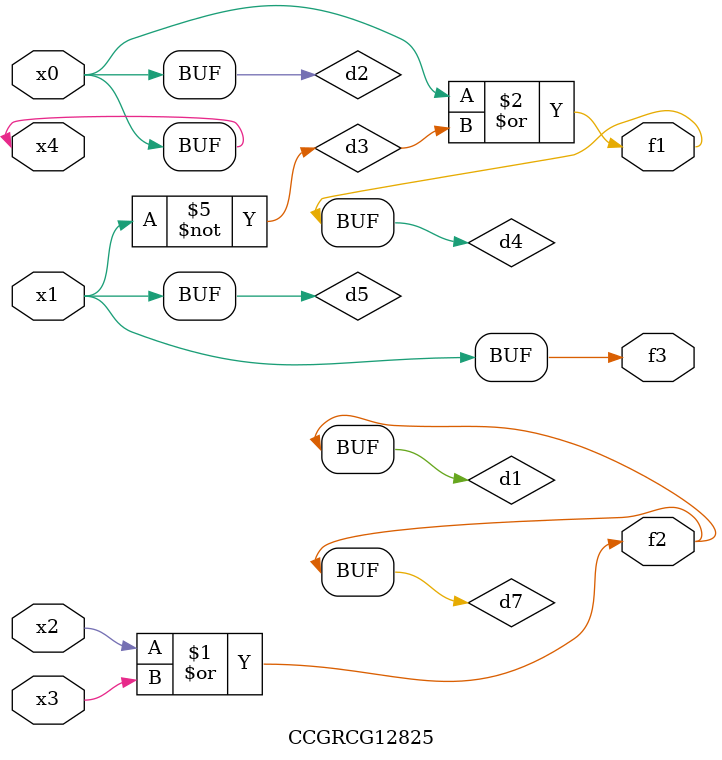
<source format=v>
module CCGRCG12825(
	input x0, x1, x2, x3, x4,
	output f1, f2, f3
);

	wire d1, d2, d3, d4, d5, d6, d7;

	or (d1, x2, x3);
	buf (d2, x0, x4);
	not (d3, x1);
	or (d4, d2, d3);
	not (d5, d3);
	nand (d6, d1, d3);
	or (d7, d1);
	assign f1 = d4;
	assign f2 = d7;
	assign f3 = d5;
endmodule

</source>
